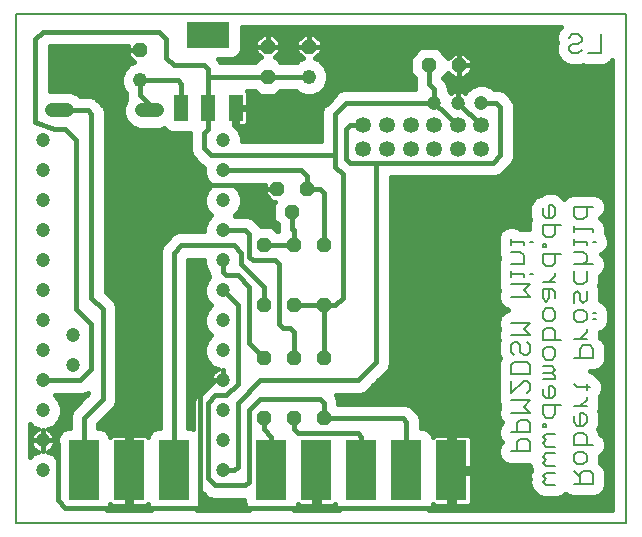
<source format=gbl>
G75*
%MOIN*%
%OFA0B0*%
%FSLAX24Y24*%
%IPPOS*%
%LPD*%
%AMOC8*
5,1,8,0,0,1.08239X$1,22.5*
%
%ADD10C,0.0080*%
%ADD11OC8,0.0480*%
%ADD12C,0.0480*%
%ADD13R,0.1000X0.2000*%
%ADD14R,0.0480X0.0880*%
%ADD15R,0.1417X0.0866*%
%ADD16C,0.0472*%
%ADD17C,0.0480*%
%ADD18C,0.0531*%
%ADD19C,0.0160*%
D10*
X003400Y002400D02*
X023701Y002400D01*
X023701Y019382D01*
X003400Y019382D01*
X003400Y002400D01*
X019890Y004788D02*
X020511Y004788D01*
X020511Y005098D01*
X020407Y005201D01*
X020200Y005201D01*
X020097Y005098D01*
X020097Y004788D01*
X020940Y004614D02*
X021043Y004511D01*
X020940Y004408D01*
X021043Y004304D01*
X021354Y004304D01*
X021354Y004073D02*
X021043Y004073D01*
X020940Y003970D01*
X021043Y003866D01*
X020940Y003763D01*
X021043Y003660D01*
X021354Y003660D01*
X021990Y003713D02*
X022611Y003713D01*
X022611Y004024D01*
X022507Y004127D01*
X022300Y004127D01*
X022197Y004024D01*
X022197Y003713D01*
X022197Y003920D02*
X021990Y004127D01*
X022093Y004358D02*
X021990Y004461D01*
X021990Y004668D01*
X022093Y004772D01*
X022300Y004772D01*
X022404Y004668D01*
X022404Y004461D01*
X022300Y004358D01*
X022093Y004358D01*
X021354Y004718D02*
X021043Y004718D01*
X020940Y004614D01*
X021043Y004949D02*
X020940Y005052D01*
X021043Y005156D01*
X020940Y005259D01*
X021043Y005362D01*
X021354Y005362D01*
X021043Y005593D02*
X021043Y005697D01*
X020940Y005697D01*
X020940Y005593D01*
X021043Y005593D01*
X020511Y005742D02*
X020511Y005432D01*
X019890Y005432D01*
X020097Y005432D02*
X020097Y005742D01*
X020200Y005846D01*
X020407Y005846D01*
X020511Y005742D01*
X020511Y006077D02*
X020304Y006283D01*
X020511Y006490D01*
X019890Y006490D01*
X019890Y006721D02*
X020304Y007135D01*
X020407Y007135D01*
X020511Y007031D01*
X020511Y006825D01*
X020407Y006721D01*
X020940Y006663D02*
X021043Y006560D01*
X021250Y006560D01*
X021354Y006663D01*
X021354Y006870D01*
X021250Y006974D01*
X021147Y006974D01*
X021147Y006560D01*
X020940Y006663D02*
X020940Y006870D01*
X020940Y007205D02*
X021354Y007205D01*
X021354Y007308D01*
X021250Y007411D01*
X021354Y007515D01*
X021250Y007618D01*
X020940Y007618D01*
X020940Y007411D02*
X021250Y007411D01*
X021250Y007849D02*
X021043Y007849D01*
X020940Y007953D01*
X020940Y008159D01*
X021043Y008263D01*
X021250Y008263D01*
X021354Y008159D01*
X021354Y007953D01*
X021250Y007849D01*
X021990Y007903D02*
X022611Y007903D01*
X022611Y008213D01*
X022507Y008317D01*
X022300Y008317D01*
X022197Y008213D01*
X022197Y007903D01*
X022197Y008547D02*
X022404Y008754D01*
X022404Y008858D01*
X022300Y009085D02*
X022093Y009085D01*
X021990Y009188D01*
X021990Y009395D01*
X022093Y009498D01*
X022300Y009498D01*
X022404Y009395D01*
X022404Y009188D01*
X022300Y009085D01*
X022611Y009188D02*
X022714Y009188D01*
X022714Y009395D02*
X022611Y009395D01*
X022300Y009729D02*
X022404Y009833D01*
X022404Y010143D01*
X022197Y010039D02*
X022197Y009833D01*
X022300Y009729D01*
X021990Y009729D02*
X021990Y010039D01*
X022093Y010143D01*
X022197Y010039D01*
X022300Y010374D02*
X022093Y010374D01*
X021990Y010477D01*
X021990Y010787D01*
X022404Y010787D02*
X022404Y010477D01*
X022300Y010374D01*
X021354Y010427D02*
X020940Y010427D01*
X021147Y010427D02*
X021354Y010634D01*
X021354Y010738D01*
X021250Y010964D02*
X021043Y010964D01*
X020940Y011068D01*
X020940Y011378D01*
X021561Y011378D01*
X021354Y011378D02*
X021354Y011068D01*
X021250Y010964D01*
X020614Y010692D02*
X020511Y010692D01*
X020304Y010692D02*
X020304Y010588D01*
X020304Y010692D02*
X019890Y010692D01*
X019890Y010795D02*
X019890Y010588D01*
X019890Y010358D02*
X020511Y010358D01*
X020304Y010151D01*
X020511Y009944D01*
X019890Y009944D01*
X020940Y009886D02*
X021043Y009783D01*
X021147Y009886D01*
X021147Y010196D01*
X021250Y010196D02*
X020940Y010196D01*
X020940Y009886D01*
X021354Y009886D02*
X021354Y010093D01*
X021250Y010196D01*
X021250Y009552D02*
X021043Y009552D01*
X020940Y009449D01*
X020940Y009242D01*
X021043Y009138D01*
X021250Y009138D01*
X021354Y009242D01*
X021354Y009449D01*
X021250Y009552D01*
X020511Y009069D02*
X019890Y009069D01*
X020304Y008862D02*
X020511Y009069D01*
X020304Y008862D02*
X020511Y008655D01*
X019890Y008655D01*
X019993Y008424D02*
X019890Y008321D01*
X019890Y008114D01*
X019993Y008010D01*
X019993Y007779D02*
X020407Y007779D01*
X020511Y007676D01*
X020511Y007366D01*
X019890Y007366D01*
X019890Y007676D01*
X019993Y007779D01*
X020304Y008010D02*
X020200Y008114D01*
X020200Y008321D01*
X020097Y008424D01*
X019993Y008424D01*
X020407Y008424D02*
X020511Y008321D01*
X020511Y008114D01*
X020407Y008010D01*
X020304Y008010D01*
X020940Y008494D02*
X020940Y008804D01*
X021043Y008907D01*
X021250Y008907D01*
X021354Y008804D01*
X021354Y008494D01*
X021561Y008494D02*
X020940Y008494D01*
X021990Y008547D02*
X022404Y008547D01*
X019890Y007135D02*
X019890Y006721D01*
X020940Y006329D02*
X020940Y006019D01*
X021043Y005916D01*
X021250Y005916D01*
X021354Y006019D01*
X021354Y006329D01*
X021561Y006329D02*
X020940Y006329D01*
X020511Y006077D02*
X019890Y006077D01*
X021043Y004949D02*
X021354Y004949D01*
X021990Y005002D02*
X021990Y005313D01*
X022093Y005416D01*
X022300Y005416D01*
X022404Y005313D01*
X022404Y005002D01*
X022611Y005002D02*
X021990Y005002D01*
X022093Y005647D02*
X022300Y005647D01*
X022404Y005750D01*
X022404Y005957D01*
X022300Y006061D01*
X022197Y006061D01*
X022197Y005647D01*
X022093Y005647D02*
X021990Y005750D01*
X021990Y005957D01*
X021990Y006291D02*
X022404Y006291D01*
X022197Y006291D02*
X022404Y006498D01*
X022404Y006602D01*
X022404Y006829D02*
X022404Y007035D01*
X022507Y006932D02*
X022093Y006932D01*
X021990Y007035D01*
X021990Y011018D02*
X022611Y011018D01*
X022404Y011122D02*
X022404Y011328D01*
X022300Y011432D01*
X021990Y011432D01*
X021990Y011663D02*
X021990Y011870D01*
X021990Y011766D02*
X022404Y011766D01*
X022404Y011663D01*
X022611Y011766D02*
X022714Y011766D01*
X022611Y012092D02*
X022611Y012196D01*
X021990Y012196D01*
X021990Y012299D02*
X021990Y012092D01*
X021561Y012345D02*
X020940Y012345D01*
X020940Y012035D01*
X021043Y011931D01*
X021250Y011931D01*
X021354Y012035D01*
X021354Y012345D01*
X021250Y012576D02*
X021043Y012576D01*
X020940Y012679D01*
X020940Y012886D01*
X021147Y012990D02*
X021147Y012576D01*
X021250Y012576D02*
X021354Y012679D01*
X021354Y012886D01*
X021250Y012990D01*
X021147Y012990D01*
X021990Y012936D02*
X021990Y012626D01*
X022093Y012522D01*
X022300Y012522D01*
X022404Y012626D01*
X022404Y012936D01*
X022611Y012936D02*
X021990Y012936D01*
X021043Y011712D02*
X020940Y011712D01*
X020940Y011609D01*
X021043Y011609D01*
X021043Y011712D01*
X020614Y011766D02*
X020511Y011766D01*
X020304Y011766D02*
X019890Y011766D01*
X019890Y011663D02*
X019890Y011870D01*
X020304Y011766D02*
X020304Y011663D01*
X020200Y011432D02*
X019890Y011432D01*
X020200Y011432D02*
X020304Y011328D01*
X020304Y011018D01*
X019890Y011018D01*
X022300Y011018D02*
X022404Y011122D01*
X022466Y018065D02*
X022880Y018065D01*
X022880Y018686D01*
X022235Y018582D02*
X022235Y018479D01*
X022132Y018375D01*
X021925Y018375D01*
X021821Y018272D01*
X021821Y018168D01*
X021925Y018065D01*
X022132Y018065D01*
X022235Y018168D01*
X022235Y018582D02*
X022132Y018686D01*
X021925Y018686D01*
X021821Y018582D01*
D11*
X018150Y017650D03*
X017150Y017650D03*
X013151Y018278D03*
X011775Y018283D03*
X011775Y017283D03*
X007521Y018151D03*
X012088Y013525D03*
X013088Y013525D03*
X012588Y012775D03*
X012650Y011650D03*
X011650Y011650D03*
X013650Y011650D03*
X013650Y009650D03*
X012650Y009650D03*
X011650Y009650D03*
X011650Y007900D03*
X012650Y007900D03*
X013650Y007900D03*
X013650Y005900D03*
X012650Y005900D03*
X011650Y005900D03*
D12*
X007521Y017151D03*
X013151Y017278D03*
D13*
X013400Y004150D03*
X011900Y004150D03*
X014900Y004150D03*
X016400Y004150D03*
X017900Y004150D03*
X008650Y004150D03*
X007150Y004150D03*
X005650Y004150D03*
D14*
X008884Y016243D03*
X009794Y016243D03*
X010704Y016243D03*
D15*
X009794Y018683D03*
D16*
X010275Y015150D03*
X010275Y014150D03*
X010275Y013150D03*
X010275Y012150D03*
X010275Y011150D03*
X010275Y010150D03*
X010275Y009150D03*
X010275Y008150D03*
X010275Y007150D03*
X010275Y006150D03*
X010275Y005150D03*
X010275Y004150D03*
X004275Y004150D03*
X004275Y005150D03*
X004275Y006150D03*
X004275Y007150D03*
X005275Y007650D03*
X004275Y008150D03*
X005275Y008650D03*
X004275Y009150D03*
X004275Y010150D03*
X004275Y011150D03*
X004275Y012150D03*
X004275Y013150D03*
X004275Y014150D03*
X004275Y015150D03*
X017325Y016400D03*
X018112Y016400D03*
X018900Y016400D03*
D17*
X008078Y016150D02*
X007598Y016150D01*
X005078Y016150D02*
X004598Y016150D01*
D18*
X014963Y015650D03*
X015750Y015650D03*
X016538Y015650D03*
X017325Y015650D03*
X018113Y015650D03*
X018900Y015650D03*
X018900Y014863D03*
X018113Y014863D03*
X017325Y014863D03*
X016538Y014863D03*
X015750Y014863D03*
X014963Y014863D03*
D19*
X015400Y014400D02*
X014525Y014400D01*
X014400Y014525D01*
X014400Y015525D01*
X014525Y015650D01*
X014963Y015650D01*
X014400Y016400D02*
X014025Y016025D01*
X014025Y014650D01*
X014025Y014275D01*
X014275Y014025D01*
X014275Y009900D01*
X014025Y009650D01*
X013650Y009650D01*
X012650Y009650D01*
X013650Y009650D02*
X013650Y009650D01*
X013650Y007900D01*
X012650Y007900D02*
X012650Y008775D01*
X012525Y008900D01*
X012275Y008900D01*
X012150Y009025D01*
X012150Y011025D01*
X012025Y011150D01*
X011275Y011150D01*
X011150Y011275D01*
X011150Y012025D01*
X011025Y012150D01*
X010275Y012150D01*
X010650Y011650D02*
X008900Y011650D01*
X008650Y011400D01*
X008650Y004150D01*
X009775Y003900D02*
X010025Y003650D01*
X011025Y003650D01*
X011150Y003775D01*
X011150Y006150D01*
X011525Y006525D01*
X013525Y006525D01*
X013650Y006400D01*
X013650Y005900D01*
X013650Y005900D01*
X016275Y005900D01*
X016400Y005775D01*
X016400Y004150D01*
X017775Y004275D02*
X017900Y004150D01*
X017900Y003025D01*
X017775Y002900D01*
X013400Y002900D01*
X013400Y004150D01*
X013320Y004070D02*
X013480Y004070D01*
X013480Y002970D01*
X013924Y002970D01*
X013969Y002982D01*
X014011Y003006D01*
X014022Y003017D01*
X014061Y002923D01*
X014144Y002840D01*
X012656Y002840D01*
X012739Y002923D01*
X012778Y003017D01*
X012789Y003006D01*
X012831Y002982D01*
X012876Y002970D01*
X013320Y002970D01*
X013320Y004070D01*
X013320Y003985D02*
X013480Y003985D01*
X013480Y003827D02*
X013320Y003827D01*
X013320Y003668D02*
X013480Y003668D01*
X013480Y003510D02*
X013320Y003510D01*
X013320Y003351D02*
X013480Y003351D01*
X013480Y003193D02*
X013320Y003193D01*
X013320Y003034D02*
X013480Y003034D01*
X013400Y002900D02*
X009525Y002900D01*
X009525Y006650D01*
X010025Y007150D01*
X010275Y007150D01*
X010275Y007204D02*
X010275Y007514D01*
X010275Y007204D01*
X010275Y007204D01*
X010221Y007150D02*
X010221Y007150D01*
X009859Y007150D01*
X009859Y007117D01*
X009861Y007102D01*
X009753Y007057D01*
X009503Y006807D01*
X009368Y006672D01*
X009295Y006495D01*
X009295Y005523D01*
X009230Y005550D01*
X009130Y005550D01*
X009130Y011170D01*
X009639Y011170D01*
X009639Y011023D01*
X009736Y010790D01*
X009795Y010730D01*
X009795Y010680D01*
X009827Y010602D01*
X009736Y010510D01*
X009639Y010277D01*
X009639Y010023D01*
X009736Y009790D01*
X009875Y009650D01*
X009736Y009510D01*
X009639Y009277D01*
X009639Y009023D01*
X009736Y008790D01*
X009875Y008650D01*
X009736Y008510D01*
X009639Y008277D01*
X009639Y008023D01*
X009736Y007790D01*
X009915Y007611D01*
X010106Y007531D01*
X010057Y007506D01*
X010004Y007467D01*
X009958Y007421D01*
X009919Y007368D01*
X009889Y007310D01*
X009869Y007247D01*
X009859Y007183D01*
X009859Y007150D01*
X010221Y007150D01*
X010275Y007314D02*
X010275Y007314D01*
X010275Y007472D02*
X010275Y007472D01*
X010275Y007514D02*
X010275Y007514D01*
X010010Y007472D02*
X009130Y007472D01*
X009130Y007314D02*
X009891Y007314D01*
X009859Y007155D02*
X009130Y007155D01*
X009130Y006997D02*
X009693Y006997D01*
X009534Y006838D02*
X009130Y006838D01*
X009130Y006680D02*
X009376Y006680D01*
X009306Y006521D02*
X009130Y006521D01*
X009130Y006363D02*
X009295Y006363D01*
X009295Y006204D02*
X009130Y006204D01*
X009130Y006046D02*
X009295Y006046D01*
X009295Y005887D02*
X009130Y005887D01*
X009130Y005729D02*
X009295Y005729D01*
X009295Y005570D02*
X009130Y005570D01*
X008170Y005570D02*
X006130Y005570D01*
X006130Y005550D02*
X006130Y005701D01*
X006547Y006118D01*
X006682Y006253D01*
X006755Y006430D01*
X006755Y009620D01*
X006682Y009797D01*
X006380Y010099D01*
X006380Y016120D01*
X006307Y016297D01*
X006047Y016557D01*
X005870Y016630D01*
X005503Y016630D01*
X005440Y016693D01*
X005205Y016790D01*
X004505Y016790D01*
X004505Y018295D01*
X007101Y018295D01*
X007101Y018151D01*
X007101Y017977D01*
X007318Y017760D01*
X007158Y017694D01*
X006978Y017514D01*
X006881Y017278D01*
X006881Y017024D01*
X006978Y016788D01*
X007045Y016721D01*
X007045Y016555D01*
X007060Y016518D01*
X007055Y016513D01*
X006958Y016277D01*
X006958Y016023D01*
X007055Y015787D01*
X007235Y015607D01*
X007470Y015510D01*
X008205Y015510D01*
X008322Y015559D01*
X008417Y015463D01*
X008564Y015403D01*
X009170Y015403D01*
X009170Y014805D01*
X009243Y014628D01*
X009493Y014378D01*
X009628Y014243D01*
X009639Y014239D01*
X009639Y014023D01*
X009736Y013790D01*
X009875Y013650D01*
X009736Y013510D01*
X009639Y013277D01*
X009639Y013023D01*
X009736Y012790D01*
X009875Y012650D01*
X009736Y012510D01*
X009639Y012277D01*
X009639Y012130D01*
X008805Y012130D01*
X008628Y012057D01*
X008243Y011672D01*
X008170Y011495D01*
X008170Y005550D01*
X008070Y005550D01*
X007923Y005489D01*
X007811Y005377D01*
X007772Y005283D01*
X007761Y005294D01*
X007719Y005318D01*
X007674Y005330D01*
X007230Y005330D01*
X007230Y004230D01*
X007070Y004230D01*
X007070Y005330D01*
X006626Y005330D01*
X006581Y005318D01*
X006539Y005294D01*
X006528Y005283D01*
X006489Y005377D01*
X006377Y005489D01*
X006230Y005550D01*
X006130Y005550D01*
X006157Y005729D02*
X008170Y005729D01*
X008170Y005887D02*
X006316Y005887D01*
X006474Y006046D02*
X008170Y006046D01*
X008170Y006204D02*
X006633Y006204D01*
X006727Y006363D02*
X008170Y006363D01*
X008170Y006521D02*
X006755Y006521D01*
X006755Y006680D02*
X008170Y006680D01*
X008170Y006838D02*
X006755Y006838D01*
X006755Y006997D02*
X008170Y006997D01*
X008170Y007155D02*
X006755Y007155D01*
X006755Y007314D02*
X008170Y007314D01*
X008170Y007472D02*
X006755Y007472D01*
X006755Y007631D02*
X008170Y007631D01*
X008170Y007789D02*
X006755Y007789D01*
X006755Y007948D02*
X008170Y007948D01*
X008170Y008106D02*
X006755Y008106D01*
X006755Y008265D02*
X008170Y008265D01*
X008170Y008423D02*
X006755Y008423D01*
X006755Y008582D02*
X008170Y008582D01*
X008170Y008740D02*
X006755Y008740D01*
X006755Y008899D02*
X008170Y008899D01*
X008170Y009057D02*
X006755Y009057D01*
X006755Y009216D02*
X008170Y009216D01*
X008170Y009374D02*
X006755Y009374D01*
X006755Y009533D02*
X008170Y009533D01*
X008170Y009691D02*
X006726Y009691D01*
X006629Y009850D02*
X008170Y009850D01*
X008170Y010008D02*
X006471Y010008D01*
X006380Y010167D02*
X008170Y010167D01*
X008170Y010325D02*
X006380Y010325D01*
X006380Y010484D02*
X008170Y010484D01*
X008170Y010642D02*
X006380Y010642D01*
X006380Y010801D02*
X008170Y010801D01*
X008170Y010959D02*
X006380Y010959D01*
X006380Y011118D02*
X008170Y011118D01*
X008170Y011276D02*
X006380Y011276D01*
X006380Y011435D02*
X008170Y011435D01*
X008210Y011593D02*
X006380Y011593D01*
X006380Y011752D02*
X008323Y011752D01*
X008481Y011910D02*
X006380Y011910D01*
X006380Y012069D02*
X008656Y012069D01*
X009639Y012227D02*
X006380Y012227D01*
X006380Y012386D02*
X009684Y012386D01*
X009769Y012544D02*
X006380Y012544D01*
X006380Y012703D02*
X009823Y012703D01*
X009706Y012861D02*
X006380Y012861D01*
X006380Y013020D02*
X009640Y013020D01*
X009639Y013178D02*
X006380Y013178D01*
X006380Y013337D02*
X009664Y013337D01*
X009729Y013495D02*
X006380Y013495D01*
X006380Y013654D02*
X009872Y013654D01*
X009726Y013812D02*
X006380Y013812D01*
X006380Y013971D02*
X009661Y013971D01*
X009639Y014129D02*
X006380Y014129D01*
X006380Y014288D02*
X009584Y014288D01*
X009425Y014446D02*
X006380Y014446D01*
X006380Y014605D02*
X009267Y014605D01*
X009187Y014763D02*
X006380Y014763D01*
X006380Y014922D02*
X009170Y014922D01*
X009170Y015080D02*
X006380Y015080D01*
X006380Y015239D02*
X009170Y015239D01*
X009170Y015397D02*
X006380Y015397D01*
X006380Y015556D02*
X007360Y015556D01*
X007128Y015714D02*
X006380Y015714D01*
X006380Y015873D02*
X007020Y015873D01*
X006958Y016031D02*
X006380Y016031D01*
X006351Y016190D02*
X006958Y016190D01*
X006987Y016348D02*
X006256Y016348D01*
X006097Y016507D02*
X007052Y016507D01*
X007045Y016665D02*
X005468Y016665D01*
X005775Y016150D02*
X004838Y016150D01*
X004650Y015525D02*
X004025Y015775D01*
X004025Y018525D01*
X004275Y018775D01*
X008150Y018775D01*
X008400Y018525D01*
X008400Y017900D01*
X008650Y017650D01*
X009650Y017650D01*
X009775Y017525D01*
X009775Y017290D01*
X009783Y017283D01*
X009775Y017150D01*
X009775Y016386D01*
X009794Y016243D01*
X009794Y015544D01*
X009650Y015400D01*
X009650Y014900D01*
X009900Y014650D01*
X014025Y014650D01*
X013545Y015130D02*
X010911Y015130D01*
X010911Y015277D01*
X010814Y015510D01*
X010664Y015661D01*
X010664Y016202D01*
X010744Y016202D01*
X010744Y015623D01*
X010967Y015623D01*
X011013Y015635D01*
X011054Y015658D01*
X011088Y015692D01*
X011111Y015733D01*
X011124Y015779D01*
X011124Y016202D01*
X010744Y016202D01*
X010744Y016283D01*
X011124Y016283D01*
X011124Y016706D01*
X011111Y016752D01*
X011088Y016793D01*
X011078Y016803D01*
X011350Y016803D01*
X011510Y016643D01*
X012040Y016643D01*
X012196Y016798D01*
X012726Y016798D01*
X012788Y016735D01*
X013023Y016638D01*
X013278Y016638D01*
X013513Y016735D01*
X013693Y016915D01*
X013791Y017151D01*
X013791Y017405D01*
X013693Y017641D01*
X013513Y017821D01*
X013354Y017887D01*
X013571Y018104D01*
X013571Y018278D01*
X013571Y018452D01*
X013325Y018698D01*
X013151Y018698D01*
X013151Y018278D01*
X013571Y018278D01*
X013151Y018278D01*
X013151Y018278D01*
X013151Y018278D01*
X014025Y018278D01*
X014025Y016650D01*
X013743Y016368D01*
X010704Y016243D01*
X010664Y016190D02*
X010744Y016190D01*
X010744Y016031D02*
X010664Y016031D01*
X010664Y015873D02*
X010744Y015873D01*
X010744Y015714D02*
X010664Y015714D01*
X010769Y015556D02*
X013545Y015556D01*
X013545Y015714D02*
X011100Y015714D01*
X011124Y015873D02*
X013545Y015873D01*
X013545Y016031D02*
X011124Y016031D01*
X011124Y016190D02*
X013574Y016190D01*
X013545Y016120D02*
X013545Y015130D01*
X013545Y015239D02*
X010911Y015239D01*
X010861Y015397D02*
X013545Y015397D01*
X013545Y016120D02*
X013618Y016297D01*
X013753Y016432D01*
X014128Y016807D01*
X014304Y016880D01*
X016691Y016880D01*
X016670Y016930D01*
X016670Y017224D01*
X016510Y017385D01*
X016510Y017915D01*
X016885Y018290D01*
X017415Y018290D01*
X017790Y017915D01*
X017790Y017884D01*
X017976Y018070D01*
X018150Y018070D01*
X018150Y017650D01*
X018150Y017650D01*
X018150Y018025D01*
X017897Y018278D01*
X014025Y018278D01*
X013571Y018250D02*
X016845Y018250D01*
X016687Y018092D02*
X013558Y018092D01*
X013400Y017933D02*
X016528Y017933D01*
X016510Y017775D02*
X013559Y017775D01*
X013704Y017616D02*
X016510Y017616D01*
X016510Y017458D02*
X013769Y017458D01*
X013791Y017299D02*
X016595Y017299D01*
X016670Y017141D02*
X013787Y017141D01*
X013721Y016982D02*
X016670Y016982D01*
X017150Y017025D02*
X017325Y016850D01*
X017325Y016400D01*
X014400Y016400D01*
X013986Y016665D02*
X013343Y016665D01*
X013601Y016824D02*
X014168Y016824D01*
X013828Y016507D02*
X011124Y016507D01*
X011124Y016665D02*
X011487Y016665D01*
X011124Y016348D02*
X013669Y016348D01*
X012958Y016665D02*
X012063Y016665D01*
X011779Y017278D02*
X011775Y017283D01*
X009783Y017283D01*
X010196Y017762D02*
X010182Y017797D01*
X010129Y017850D01*
X010582Y017850D01*
X010729Y017910D01*
X010841Y018023D01*
X010902Y018170D01*
X010902Y018942D01*
X021559Y018942D01*
X021552Y018935D01*
X021552Y018935D01*
X021448Y018831D01*
X021381Y018670D01*
X021381Y018495D01*
X021409Y018427D01*
X021381Y018359D01*
X021381Y018081D01*
X021448Y017919D01*
X021552Y017816D01*
X021675Y017692D01*
X021837Y017625D01*
X022219Y017625D01*
X022299Y017658D01*
X022378Y017625D01*
X022967Y017625D01*
X023129Y017692D01*
X023253Y017816D01*
X023261Y017837D01*
X023261Y002840D01*
X017156Y002840D01*
X017239Y002923D01*
X017278Y003017D01*
X017289Y003006D01*
X017331Y002982D01*
X017376Y002970D01*
X017820Y002970D01*
X017820Y004070D01*
X017980Y004070D01*
X017980Y004230D01*
X017820Y004230D01*
X017820Y005330D01*
X017376Y005330D01*
X017331Y005318D01*
X017289Y005294D01*
X017278Y005283D01*
X017239Y005377D01*
X017127Y005489D01*
X016980Y005550D01*
X016880Y005550D01*
X016880Y005870D01*
X016807Y006047D01*
X016672Y006182D01*
X016547Y006307D01*
X016371Y006380D01*
X014130Y006380D01*
X014130Y006495D01*
X014058Y006670D01*
X014870Y006670D01*
X015047Y006743D01*
X015672Y007368D01*
X015807Y007503D01*
X015880Y007680D01*
X015880Y013920D01*
X019370Y013920D01*
X019547Y013993D01*
X019797Y014243D01*
X019932Y014378D01*
X020005Y014555D01*
X020005Y016370D01*
X019932Y016547D01*
X019807Y016672D01*
X019672Y016807D01*
X019495Y016880D01*
X019319Y016880D01*
X019260Y016939D01*
X019026Y017036D01*
X018773Y017036D01*
X018539Y016939D01*
X018360Y016760D01*
X018352Y016740D01*
X018330Y016756D01*
X018272Y016786D01*
X018210Y016806D01*
X018145Y016816D01*
X018112Y016816D01*
X018080Y016816D01*
X018015Y016806D01*
X017953Y016786D01*
X017894Y016756D01*
X017873Y016740D01*
X017864Y016760D01*
X017805Y016820D01*
X017805Y016946D01*
X017732Y017122D01*
X017630Y017224D01*
X017630Y017225D01*
X017790Y017385D01*
X017790Y017416D01*
X017976Y017230D01*
X018150Y017230D01*
X018324Y017230D01*
X018570Y017476D01*
X018570Y017650D01*
X018570Y017824D01*
X018324Y018070D01*
X018150Y018070D01*
X018150Y017650D01*
X018150Y017650D01*
X018570Y017650D01*
X018150Y017650D01*
X018150Y017650D01*
X018150Y017650D01*
X018150Y017230D01*
X018150Y017650D01*
X018150Y017650D01*
X018150Y017025D01*
X018112Y016987D01*
X018112Y016400D01*
X018021Y016400D01*
X018021Y016400D01*
X018112Y016400D01*
X018112Y016400D01*
X018112Y016816D01*
X018112Y016400D01*
X018112Y016400D01*
X018112Y016316D01*
X018112Y016316D01*
X018112Y016400D01*
X018112Y016400D01*
X018900Y015650D01*
X018113Y015650D02*
X017325Y016400D01*
X017805Y016824D02*
X018424Y016824D01*
X018642Y016982D02*
X017790Y016982D01*
X017713Y017141D02*
X023261Y017141D01*
X023261Y017299D02*
X018393Y017299D01*
X018552Y017458D02*
X023261Y017458D01*
X023261Y017616D02*
X018570Y017616D01*
X018570Y017775D02*
X021593Y017775D01*
X021443Y017933D02*
X018461Y017933D01*
X018150Y017933D02*
X018150Y017933D01*
X018150Y017775D02*
X018150Y017775D01*
X018150Y017616D02*
X018150Y017616D01*
X018150Y017458D02*
X018150Y017458D01*
X018150Y017299D02*
X018150Y017299D01*
X017907Y017299D02*
X017704Y017299D01*
X017150Y017025D02*
X017150Y017650D01*
X017150Y017650D01*
X017772Y017933D02*
X017839Y017933D01*
X017613Y018092D02*
X021381Y018092D01*
X021381Y018250D02*
X017455Y018250D01*
X019157Y016982D02*
X023261Y016982D01*
X023261Y016824D02*
X019632Y016824D01*
X019814Y016665D02*
X023261Y016665D01*
X023261Y016507D02*
X019949Y016507D01*
X020005Y016348D02*
X023261Y016348D01*
X023261Y016190D02*
X020005Y016190D01*
X020005Y016031D02*
X023261Y016031D01*
X023261Y015873D02*
X020005Y015873D01*
X020005Y015714D02*
X023261Y015714D01*
X023261Y015556D02*
X020005Y015556D01*
X020005Y015397D02*
X023261Y015397D01*
X023261Y015239D02*
X020005Y015239D01*
X020005Y015080D02*
X023261Y015080D01*
X023261Y014922D02*
X020005Y014922D01*
X020005Y014763D02*
X023261Y014763D01*
X023261Y014605D02*
X020005Y014605D01*
X019960Y014446D02*
X023261Y014446D01*
X023261Y014288D02*
X019841Y014288D01*
X019797Y014243D02*
X019797Y014243D01*
X019683Y014129D02*
X023261Y014129D01*
X023261Y013971D02*
X019492Y013971D01*
X019275Y014400D02*
X019525Y014650D01*
X019525Y016275D01*
X019400Y016400D01*
X018900Y016400D01*
X018900Y016400D01*
X018263Y016400D02*
X018112Y016400D01*
X018112Y016400D01*
X018263Y016400D01*
X018263Y016400D01*
X018112Y016348D02*
X018112Y016348D01*
X018112Y016507D02*
X018112Y016507D01*
X018112Y016665D02*
X018112Y016665D01*
X021402Y018409D02*
X013571Y018409D01*
X013456Y018567D02*
X021381Y018567D01*
X021404Y018726D02*
X010902Y018726D01*
X010902Y018884D02*
X021501Y018884D01*
X023211Y017775D02*
X023261Y017775D01*
X019275Y014400D02*
X015400Y014400D01*
X015400Y007775D01*
X014775Y007150D01*
X011525Y007150D01*
X010775Y006400D01*
X010775Y004275D01*
X010650Y004150D01*
X010275Y004150D01*
X009775Y003900D02*
X009775Y006400D01*
X010025Y006650D01*
X010400Y006650D01*
X010775Y007025D01*
X010775Y009650D01*
X010275Y010150D01*
X009834Y009691D02*
X009130Y009691D01*
X009130Y009533D02*
X009758Y009533D01*
X009679Y009374D02*
X009130Y009374D01*
X009130Y009216D02*
X009639Y009216D01*
X009639Y009057D02*
X009130Y009057D01*
X009130Y008899D02*
X009691Y008899D01*
X009785Y008740D02*
X009130Y008740D01*
X009130Y008582D02*
X009807Y008582D01*
X009699Y008423D02*
X009130Y008423D01*
X009130Y008265D02*
X009639Y008265D01*
X009639Y008106D02*
X009130Y008106D01*
X009130Y007948D02*
X009670Y007948D01*
X009736Y007789D02*
X009130Y007789D01*
X009130Y007631D02*
X009895Y007631D01*
X011150Y008400D02*
X011650Y007900D01*
X011150Y008400D02*
X011150Y010275D01*
X010775Y010650D01*
X010400Y010650D01*
X010275Y010775D01*
X010275Y011150D01*
X010900Y011025D02*
X010900Y011400D01*
X010650Y011650D01*
X011650Y011650D02*
X012650Y011650D01*
X012650Y012150D01*
X012588Y012213D01*
X012588Y012775D01*
X012108Y012350D02*
X011948Y012510D01*
X011948Y013040D01*
X012012Y013105D01*
X011914Y013105D01*
X011668Y013351D01*
X011667Y013525D01*
X012087Y013525D01*
X012087Y013525D01*
X011667Y013525D01*
X011668Y013670D01*
X010695Y013670D01*
X010675Y013650D01*
X010814Y013510D01*
X010911Y013277D01*
X010911Y013023D01*
X010814Y012790D01*
X010675Y012650D01*
X010695Y012630D01*
X011120Y012630D01*
X011297Y012557D01*
X011422Y012432D01*
X011557Y012297D01*
X011560Y012290D01*
X011915Y012290D01*
X012075Y012130D01*
X012108Y012130D01*
X012108Y012350D01*
X012072Y012386D02*
X011468Y012386D01*
X011310Y012544D02*
X011948Y012544D01*
X011948Y012703D02*
X010727Y012703D01*
X010844Y012861D02*
X011948Y012861D01*
X011948Y013020D02*
X010910Y013020D01*
X010911Y013178D02*
X011841Y013178D01*
X011682Y013337D02*
X010886Y013337D01*
X010821Y013495D02*
X011667Y013495D01*
X011668Y013654D02*
X010678Y013654D01*
X010650Y013650D02*
X007150Y013650D01*
X007150Y004150D01*
X007150Y002900D01*
X005025Y002900D01*
X004775Y003150D01*
X004775Y005025D01*
X004650Y005150D01*
X004275Y005150D01*
X004691Y005150D01*
X004691Y005183D01*
X004681Y005247D01*
X004661Y005310D01*
X004631Y005368D01*
X004592Y005421D01*
X004546Y005467D01*
X004493Y005506D01*
X004444Y005531D01*
X004635Y005611D01*
X004814Y005790D01*
X004911Y006023D01*
X004911Y006277D01*
X004814Y006510D01*
X004675Y006650D01*
X004695Y006670D01*
X005620Y006670D01*
X005795Y006742D01*
X005795Y006724D01*
X005243Y006172D01*
X005170Y005995D01*
X005170Y005550D01*
X005070Y005550D01*
X004923Y005489D01*
X004811Y005377D01*
X004750Y005230D01*
X004750Y004575D01*
X004635Y004689D01*
X004444Y004769D01*
X004493Y004794D01*
X004546Y004833D01*
X004592Y004879D01*
X004631Y004932D01*
X004661Y004990D01*
X004681Y005053D01*
X004691Y005117D01*
X004691Y005150D01*
X004275Y005150D01*
X004275Y005150D01*
X004275Y005150D01*
X004275Y005514D01*
X004275Y005150D01*
X004275Y005150D01*
X003859Y005150D01*
X003859Y005117D01*
X003869Y005053D01*
X003889Y004990D01*
X003919Y004932D01*
X003958Y004879D01*
X004004Y004833D01*
X004057Y004794D01*
X004106Y004769D01*
X003915Y004689D01*
X003840Y004615D01*
X003840Y005685D01*
X003915Y005611D01*
X004106Y005531D01*
X004057Y005506D01*
X004004Y005467D01*
X003958Y005421D01*
X003919Y005368D01*
X003889Y005310D01*
X003869Y005247D01*
X003859Y005183D01*
X003859Y005150D01*
X004275Y005150D01*
X004275Y004786D01*
X004275Y005150D01*
X004275Y005150D01*
X004275Y005095D02*
X004275Y005095D01*
X004275Y005253D02*
X004275Y005253D01*
X004275Y005412D02*
X004275Y005412D01*
X004275Y005514D02*
X004275Y005514D01*
X004537Y005570D02*
X005170Y005570D01*
X005170Y005729D02*
X004753Y005729D01*
X004855Y005887D02*
X005170Y005887D01*
X005191Y006046D02*
X004911Y006046D01*
X004911Y006204D02*
X005275Y006204D01*
X005434Y006363D02*
X004876Y006363D01*
X004804Y006521D02*
X005592Y006521D01*
X005643Y006680D02*
X005751Y006680D01*
X005525Y007150D02*
X005900Y007525D01*
X005900Y009025D01*
X005400Y009525D01*
X005400Y015150D01*
X005025Y015525D01*
X004650Y015525D01*
X005775Y016150D02*
X005900Y016025D01*
X005900Y009900D01*
X006275Y009525D01*
X006275Y006525D01*
X005650Y005900D01*
X005650Y004150D01*
X004750Y004619D02*
X004706Y004619D01*
X004750Y004778D02*
X004461Y004778D01*
X004275Y004786D02*
X004275Y004786D01*
X004275Y004936D02*
X004275Y004936D01*
X004089Y004778D02*
X003840Y004778D01*
X003840Y004936D02*
X003917Y004936D01*
X003862Y005095D02*
X003840Y005095D01*
X003840Y005253D02*
X003871Y005253D01*
X003840Y005412D02*
X003951Y005412D01*
X004013Y005570D02*
X003840Y005570D01*
X004599Y005412D02*
X004846Y005412D01*
X004760Y005253D02*
X004679Y005253D01*
X004688Y005095D02*
X004750Y005095D01*
X004750Y004936D02*
X004633Y004936D01*
X003844Y004619D02*
X003840Y004619D01*
X006454Y005412D02*
X007846Y005412D01*
X007230Y005253D02*
X007070Y005253D01*
X007070Y005095D02*
X007230Y005095D01*
X007230Y004936D02*
X007070Y004936D01*
X007070Y004778D02*
X007230Y004778D01*
X007230Y004619D02*
X007070Y004619D01*
X007070Y004461D02*
X007230Y004461D01*
X007230Y004302D02*
X007070Y004302D01*
X007070Y004070D02*
X007230Y004070D01*
X007230Y002970D01*
X007674Y002970D01*
X007719Y002982D01*
X007761Y003006D01*
X007772Y003017D01*
X007811Y002923D01*
X007894Y002840D01*
X006406Y002840D01*
X006489Y002923D01*
X006528Y003017D01*
X006539Y003006D01*
X006581Y002982D01*
X006626Y002970D01*
X007070Y002970D01*
X007070Y004070D01*
X007070Y003985D02*
X007230Y003985D01*
X007230Y003827D02*
X007070Y003827D01*
X007070Y003668D02*
X007230Y003668D01*
X007230Y003510D02*
X007070Y003510D01*
X007070Y003351D02*
X007230Y003351D01*
X007230Y003193D02*
X007070Y003193D01*
X007070Y003034D02*
X007230Y003034D01*
X007150Y002900D02*
X009525Y002900D01*
X009489Y002923D02*
X009550Y003070D01*
X009550Y003446D01*
X009618Y003378D01*
X009753Y003243D01*
X009930Y003170D01*
X011000Y003170D01*
X011000Y003070D01*
X011061Y002923D01*
X011144Y002840D01*
X009406Y002840D01*
X009489Y002923D01*
X009441Y002876D02*
X011109Y002876D01*
X011015Y003034D02*
X009535Y003034D01*
X009550Y003193D02*
X009875Y003193D01*
X009645Y003351D02*
X009550Y003351D01*
X007859Y002876D02*
X006441Y002876D01*
X011650Y005525D02*
X011900Y005275D01*
X011900Y004150D01*
X012775Y005400D02*
X014775Y005400D01*
X014900Y005275D01*
X014900Y004150D01*
X012775Y005400D02*
X012650Y005525D01*
X012650Y005900D01*
X011650Y005900D02*
X011650Y005525D01*
X014119Y006521D02*
X019450Y006521D01*
X019450Y006578D02*
X019450Y006403D01*
X019499Y006283D01*
X019450Y006164D01*
X019450Y005989D01*
X019517Y005827D01*
X019590Y005754D01*
X019517Y005681D01*
X019450Y005520D01*
X019450Y005345D01*
X019517Y005183D01*
X019590Y005110D01*
X019517Y005037D01*
X019450Y004875D01*
X019450Y004700D01*
X019517Y004538D01*
X019641Y004415D01*
X019802Y004348D01*
X020500Y004348D01*
X020500Y004320D01*
X020554Y004189D01*
X020500Y004057D01*
X020500Y003882D01*
X020507Y003866D01*
X020500Y003851D01*
X020500Y003675D01*
X020567Y003514D01*
X020691Y003390D01*
X020794Y003287D01*
X020956Y003220D01*
X021441Y003220D01*
X021603Y003287D01*
X021699Y003382D01*
X021741Y003340D01*
X021902Y003273D01*
X022698Y003273D01*
X022860Y003340D01*
X022984Y003464D01*
X023051Y003626D01*
X023051Y004111D01*
X023011Y004207D01*
X022984Y004273D01*
X022982Y004275D01*
X022860Y004397D01*
X022860Y004397D01*
X022844Y004413D01*
X022844Y004623D01*
X022860Y004629D01*
X022984Y004753D01*
X023051Y004915D01*
X023051Y005090D01*
X022984Y005252D01*
X022860Y005375D01*
X022844Y005382D01*
X022844Y005400D01*
X022789Y005532D01*
X022844Y005663D01*
X022844Y006045D01*
X022811Y006124D01*
X022844Y006204D01*
X023261Y006204D01*
X023261Y006046D02*
X022843Y006046D01*
X022844Y006204D02*
X022844Y006379D01*
X022837Y006395D01*
X022844Y006411D01*
X022844Y006646D01*
X022880Y006683D01*
X022947Y006845D01*
X022947Y007020D01*
X022880Y007181D01*
X022756Y007305D01*
X022653Y007408D01*
X022522Y007463D01*
X022698Y007463D01*
X022860Y007530D01*
X022984Y007654D01*
X023051Y007815D01*
X023051Y008301D01*
X023011Y008397D01*
X022984Y008462D01*
X022984Y008462D01*
X022982Y008464D01*
X022860Y008586D01*
X022860Y008586D01*
X022844Y008602D01*
X022844Y008635D01*
X022837Y008651D01*
X022844Y008667D01*
X022844Y008765D01*
X022963Y008815D01*
X023087Y008939D01*
X023154Y009100D01*
X023154Y009275D01*
X023147Y009291D01*
X023154Y009307D01*
X023154Y009482D01*
X023087Y009644D01*
X022963Y009768D01*
X022844Y009817D01*
X022844Y010230D01*
X022811Y010310D01*
X022844Y010390D01*
X022844Y010639D01*
X022860Y010645D01*
X022984Y010769D01*
X023051Y010931D01*
X023051Y011106D01*
X022984Y011267D01*
X022889Y011362D01*
X022963Y011393D01*
X023087Y011517D01*
X023154Y011679D01*
X023154Y011854D01*
X023087Y012015D01*
X023051Y012052D01*
X023051Y012283D01*
X022984Y012445D01*
X022863Y012566D01*
X022984Y012687D01*
X023051Y012848D01*
X023051Y013023D01*
X022984Y013185D01*
X022860Y013309D01*
X022698Y013376D01*
X021902Y013376D01*
X021741Y013309D01*
X021647Y013215D01*
X021623Y013239D01*
X021500Y013363D01*
X021338Y013430D01*
X021059Y013430D01*
X020898Y013363D01*
X020861Y013326D01*
X020852Y013326D01*
X020691Y013259D01*
X020567Y013135D01*
X020500Y012974D01*
X020500Y012592D01*
X020533Y012512D01*
X020500Y012433D01*
X020500Y012206D01*
X020423Y012206D01*
X020407Y012200D01*
X020391Y012206D01*
X020176Y012206D01*
X020139Y012243D01*
X019978Y012310D01*
X019802Y012310D01*
X019641Y012243D01*
X019517Y012119D01*
X019450Y011957D01*
X019450Y011575D01*
X019462Y011547D01*
X019450Y011519D01*
X019450Y011344D01*
X019499Y011225D01*
X019450Y011106D01*
X019450Y010931D01*
X019460Y010907D01*
X019450Y010883D01*
X019450Y010501D01*
X019462Y010473D01*
X019450Y010445D01*
X019450Y010270D01*
X019499Y010151D01*
X019450Y010031D01*
X019450Y009856D01*
X019517Y009695D01*
X019641Y009571D01*
X019797Y009506D01*
X019641Y009442D01*
X019517Y009318D01*
X019450Y009156D01*
X019450Y008981D01*
X019499Y008862D01*
X019450Y008742D01*
X019450Y008567D01*
X019483Y008488D01*
X019450Y008408D01*
X019450Y008026D01*
X019504Y007895D01*
X019450Y007764D01*
X019450Y007278D01*
X019462Y007250D01*
X019450Y007222D01*
X019450Y006634D01*
X019462Y006606D01*
X019450Y006578D01*
X019450Y006680D02*
X014893Y006680D01*
X015142Y006838D02*
X019450Y006838D01*
X019450Y006997D02*
X015300Y006997D01*
X015459Y007155D02*
X019450Y007155D01*
X019450Y007314D02*
X015617Y007314D01*
X015776Y007472D02*
X019450Y007472D01*
X019450Y007631D02*
X015860Y007631D01*
X015880Y007789D02*
X019461Y007789D01*
X019483Y007948D02*
X015880Y007948D01*
X015880Y008106D02*
X019450Y008106D01*
X019450Y008265D02*
X015880Y008265D01*
X015880Y008423D02*
X019456Y008423D01*
X019450Y008582D02*
X015880Y008582D01*
X015880Y008740D02*
X019450Y008740D01*
X019484Y008899D02*
X015880Y008899D01*
X015880Y009057D02*
X019450Y009057D01*
X019475Y009216D02*
X015880Y009216D01*
X015880Y009374D02*
X019573Y009374D01*
X019734Y009533D02*
X015880Y009533D01*
X015880Y009691D02*
X019521Y009691D01*
X019453Y009850D02*
X015880Y009850D01*
X015880Y010008D02*
X019450Y010008D01*
X019493Y010167D02*
X015880Y010167D01*
X015880Y010325D02*
X019450Y010325D01*
X019457Y010484D02*
X015880Y010484D01*
X015880Y010642D02*
X019450Y010642D01*
X019450Y010801D02*
X015880Y010801D01*
X015880Y010959D02*
X019450Y010959D01*
X019455Y011118D02*
X015880Y011118D01*
X015880Y011276D02*
X019478Y011276D01*
X019450Y011435D02*
X015880Y011435D01*
X015880Y011593D02*
X019450Y011593D01*
X019450Y011752D02*
X015880Y011752D01*
X015880Y011910D02*
X019450Y011910D01*
X019496Y012069D02*
X015880Y012069D01*
X015880Y012227D02*
X019625Y012227D01*
X020155Y012227D02*
X020500Y012227D01*
X020500Y012386D02*
X015880Y012386D01*
X015880Y012544D02*
X020520Y012544D01*
X020500Y012703D02*
X015880Y012703D01*
X015880Y012861D02*
X020500Y012861D01*
X020519Y013020D02*
X015880Y013020D01*
X015880Y013178D02*
X020610Y013178D01*
X020872Y013337D02*
X015880Y013337D01*
X015880Y013495D02*
X023261Y013495D01*
X023261Y013337D02*
X022793Y013337D01*
X022986Y013178D02*
X023261Y013178D01*
X023261Y013020D02*
X023051Y013020D01*
X023051Y012861D02*
X023261Y012861D01*
X023261Y012703D02*
X022990Y012703D01*
X022885Y012544D02*
X023261Y012544D01*
X023261Y012386D02*
X023008Y012386D01*
X023051Y012227D02*
X023261Y012227D01*
X023261Y012069D02*
X023051Y012069D01*
X023131Y011910D02*
X023261Y011910D01*
X023261Y011752D02*
X023154Y011752D01*
X023118Y011593D02*
X023261Y011593D01*
X023261Y011435D02*
X023005Y011435D01*
X022975Y011276D02*
X023261Y011276D01*
X023261Y011118D02*
X023046Y011118D01*
X023051Y010959D02*
X023261Y010959D01*
X023261Y010801D02*
X022997Y010801D01*
X022852Y010642D02*
X023261Y010642D01*
X023261Y010484D02*
X022844Y010484D01*
X022817Y010325D02*
X023261Y010325D01*
X023261Y010167D02*
X022844Y010167D01*
X022844Y010008D02*
X023261Y010008D01*
X023261Y009850D02*
X022844Y009850D01*
X023040Y009691D02*
X023261Y009691D01*
X023261Y009533D02*
X023133Y009533D01*
X023154Y009374D02*
X023261Y009374D01*
X023261Y009216D02*
X023154Y009216D01*
X023136Y009057D02*
X023261Y009057D01*
X023261Y008899D02*
X023047Y008899D01*
X022844Y008740D02*
X023261Y008740D01*
X023261Y008582D02*
X022864Y008582D01*
X023000Y008423D02*
X023261Y008423D01*
X023261Y008265D02*
X023051Y008265D01*
X023051Y008106D02*
X023261Y008106D01*
X023261Y007948D02*
X023051Y007948D01*
X023040Y007789D02*
X023261Y007789D01*
X023261Y007631D02*
X022960Y007631D01*
X022720Y007472D02*
X023261Y007472D01*
X023261Y007314D02*
X022748Y007314D01*
X022756Y007305D02*
X022756Y007305D01*
X022891Y007155D02*
X023261Y007155D01*
X023261Y006997D02*
X022947Y006997D01*
X022944Y006838D02*
X023261Y006838D01*
X023261Y006680D02*
X022877Y006680D01*
X022844Y006521D02*
X023261Y006521D01*
X023261Y006363D02*
X022844Y006363D01*
X022844Y005887D02*
X023261Y005887D01*
X023261Y005729D02*
X022844Y005729D01*
X022805Y005570D02*
X023261Y005570D01*
X023261Y005412D02*
X022839Y005412D01*
X022982Y005253D02*
X023261Y005253D01*
X023261Y005095D02*
X023049Y005095D01*
X023051Y004936D02*
X023261Y004936D01*
X023261Y004778D02*
X022994Y004778D01*
X022844Y004619D02*
X023261Y004619D01*
X023261Y004461D02*
X022844Y004461D01*
X022954Y004302D02*
X023261Y004302D01*
X023261Y004144D02*
X023037Y004144D01*
X022984Y004273D02*
X022984Y004273D01*
X023051Y003985D02*
X023261Y003985D01*
X023261Y003827D02*
X023051Y003827D01*
X023051Y003668D02*
X023261Y003668D01*
X023261Y003510D02*
X023002Y003510D01*
X022870Y003351D02*
X023261Y003351D01*
X023261Y003193D02*
X018580Y003193D01*
X018580Y003126D02*
X018568Y003081D01*
X018544Y003039D01*
X018511Y003006D01*
X018469Y002982D01*
X018424Y002970D01*
X017980Y002970D01*
X017980Y004070D01*
X018580Y004070D01*
X018580Y003126D01*
X018539Y003034D02*
X023261Y003034D01*
X023261Y002876D02*
X017191Y002876D01*
X017820Y003034D02*
X017980Y003034D01*
X017980Y003193D02*
X017820Y003193D01*
X017820Y003351D02*
X017980Y003351D01*
X017980Y003510D02*
X017820Y003510D01*
X017820Y003668D02*
X017980Y003668D01*
X017980Y003827D02*
X017820Y003827D01*
X017820Y003985D02*
X017980Y003985D01*
X017980Y004144D02*
X020536Y004144D01*
X020507Y004302D02*
X018580Y004302D01*
X018580Y004230D02*
X018580Y005174D01*
X018568Y005219D01*
X018544Y005261D01*
X018511Y005294D01*
X018469Y005318D01*
X018424Y005330D01*
X017980Y005330D01*
X017980Y004230D01*
X018580Y004230D01*
X018580Y004461D02*
X019595Y004461D01*
X019484Y004619D02*
X018580Y004619D01*
X018580Y004778D02*
X019450Y004778D01*
X019475Y004936D02*
X018580Y004936D01*
X018580Y005095D02*
X019575Y005095D01*
X019488Y005253D02*
X018548Y005253D01*
X017980Y005253D02*
X017820Y005253D01*
X017820Y005095D02*
X017980Y005095D01*
X017980Y004936D02*
X017820Y004936D01*
X017820Y004778D02*
X017980Y004778D01*
X017980Y004619D02*
X017820Y004619D01*
X017820Y004461D02*
X017980Y004461D01*
X017980Y004302D02*
X017820Y004302D01*
X018580Y003985D02*
X020500Y003985D01*
X020500Y003827D02*
X018580Y003827D01*
X018580Y003668D02*
X020503Y003668D01*
X020571Y003510D02*
X018580Y003510D01*
X018580Y003351D02*
X020730Y003351D01*
X021667Y003351D02*
X021730Y003351D01*
X019450Y005412D02*
X017204Y005412D01*
X016880Y005570D02*
X019471Y005570D01*
X019564Y005729D02*
X016880Y005729D01*
X016873Y005887D02*
X019492Y005887D01*
X019450Y006046D02*
X016808Y006046D01*
X016650Y006204D02*
X019467Y006204D01*
X019467Y006363D02*
X016413Y006363D01*
X011650Y009650D02*
X011650Y010275D01*
X010900Y011025D01*
X009811Y010642D02*
X009130Y010642D01*
X009130Y010484D02*
X009725Y010484D01*
X009659Y010325D02*
X009130Y010325D01*
X009130Y010167D02*
X009639Y010167D01*
X009645Y010008D02*
X009130Y010008D01*
X009130Y009850D02*
X009711Y009850D01*
X009731Y010801D02*
X009130Y010801D01*
X009130Y010959D02*
X009665Y010959D01*
X009639Y011118D02*
X009130Y011118D01*
X011978Y012227D02*
X012108Y012227D01*
X013650Y011650D02*
X013650Y013400D01*
X013525Y013525D01*
X013088Y013525D01*
X013088Y013963D01*
X012900Y014150D01*
X010275Y014150D01*
X010650Y013650D02*
X010775Y013525D01*
X012088Y013525D01*
X015880Y013654D02*
X023261Y013654D01*
X023261Y013812D02*
X015880Y013812D01*
X021526Y013337D02*
X021808Y013337D01*
X013151Y017278D02*
X011779Y017278D01*
X012205Y017758D02*
X012040Y017922D01*
X012009Y017922D01*
X012195Y018109D01*
X012195Y018282D01*
X011775Y018282D01*
X011355Y018282D01*
X011355Y018109D01*
X011541Y017922D01*
X011510Y017922D01*
X011350Y017762D01*
X010196Y017762D01*
X010191Y017775D02*
X011362Y017775D01*
X011531Y017933D02*
X010752Y017933D01*
X010870Y018092D02*
X011372Y018092D01*
X011355Y018250D02*
X010902Y018250D01*
X010902Y018409D02*
X011355Y018409D01*
X011355Y018456D02*
X011355Y018283D01*
X011775Y018283D01*
X011775Y018702D01*
X011601Y018702D01*
X011355Y018456D01*
X011466Y018567D02*
X010902Y018567D01*
X011775Y018567D02*
X011775Y018567D01*
X011775Y018702D02*
X011775Y018283D01*
X011775Y018283D01*
X011775Y018282D01*
X011775Y018283D01*
X012195Y018283D01*
X012195Y018456D01*
X011949Y018702D01*
X011775Y018702D01*
X012084Y018567D02*
X012846Y018567D01*
X012731Y018452D02*
X012731Y018278D01*
X012731Y018104D01*
X012948Y017887D01*
X012788Y017821D01*
X012726Y017758D01*
X012205Y017758D01*
X012188Y017775D02*
X012742Y017775D01*
X012902Y017933D02*
X012019Y017933D01*
X012178Y018092D02*
X012743Y018092D01*
X012731Y018250D02*
X012195Y018250D01*
X012195Y018409D02*
X012731Y018409D01*
X012731Y018452D02*
X012977Y018698D01*
X013151Y018698D01*
X013151Y018278D01*
X011779Y018278D01*
X011775Y018283D01*
X011775Y018409D02*
X011775Y018409D01*
X012731Y018278D02*
X013151Y018278D01*
X012731Y018278D01*
X013151Y018278D02*
X013151Y018278D01*
X013151Y018409D02*
X013151Y018409D01*
X013151Y018567D02*
X013151Y018567D01*
X008900Y017025D02*
X008900Y016384D01*
X008884Y016243D01*
X008325Y015556D02*
X008315Y015556D01*
X007838Y016150D02*
X007838Y016338D01*
X007525Y016650D01*
X007525Y017147D01*
X007521Y017151D01*
X008774Y017151D01*
X008900Y017025D01*
X007303Y017775D02*
X004505Y017775D01*
X004505Y017933D02*
X007145Y017933D01*
X007101Y018092D02*
X004505Y018092D01*
X004505Y018250D02*
X007101Y018250D01*
X007101Y018151D02*
X007521Y018151D01*
X007520Y018150D01*
X007025Y018150D01*
X006775Y017900D01*
X006775Y014025D01*
X007150Y013650D01*
X006964Y016824D02*
X004505Y016824D01*
X004505Y016982D02*
X006898Y016982D01*
X006881Y017141D02*
X004505Y017141D01*
X004505Y017299D02*
X006889Y017299D01*
X006955Y017458D02*
X004505Y017458D01*
X004505Y017616D02*
X007081Y017616D01*
X007101Y018151D02*
X007521Y018151D01*
X007521Y018151D01*
X005525Y007150D02*
X004275Y007150D01*
X012691Y002876D02*
X014109Y002876D01*
M02*

</source>
